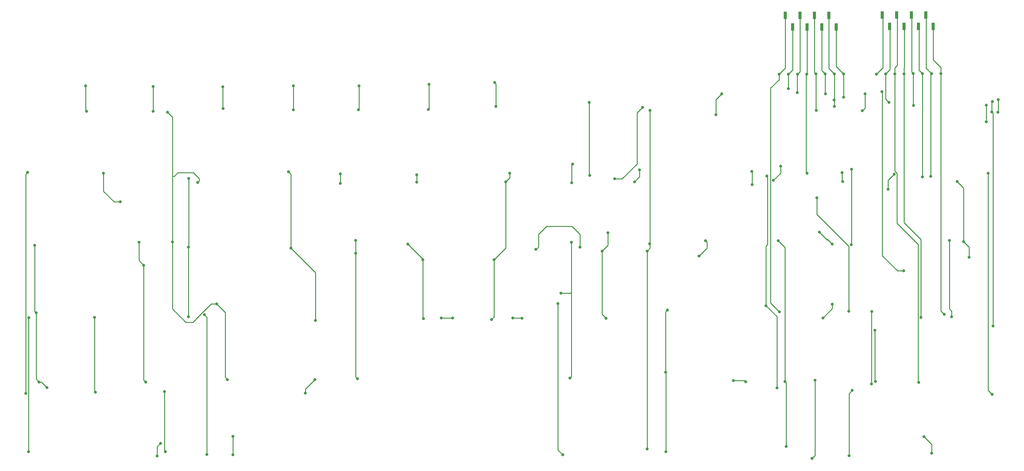
<source format=gbl>
G04 #@! TF.GenerationSoftware,KiCad,Pcbnew,8.0.4-8.0.4-0~ubuntu22.04.1*
G04 #@! TF.CreationDate,2024-08-25T13:27:24+01:00*
G04 #@! TF.ProjectId,membrane1,6d656d62-7261-46e6-9531-2e6b69636164,V1.1*
G04 #@! TF.SameCoordinates,Original*
G04 #@! TF.FileFunction,Copper,L2,Bot*
G04 #@! TF.FilePolarity,Positive*
%FSLAX46Y46*%
G04 Gerber Fmt 4.6, Leading zero omitted, Abs format (unit mm)*
G04 Created by KiCad (PCBNEW 8.0.4-8.0.4-0~ubuntu22.04.1) date 2024-08-25 13:27:24*
%MOMM*%
%LPD*%
G01*
G04 APERTURE LIST*
G04 #@! TA.AperFunction,SMDPad,CuDef*
%ADD10R,0.900000X2.000000*%
G04 #@! TD*
G04 #@! TA.AperFunction,ViaPad*
%ADD11C,0.800000*%
G04 #@! TD*
G04 #@! TA.AperFunction,Conductor*
%ADD12C,0.250000*%
G04 #@! TD*
G04 APERTURE END LIST*
D10*
X279450000Y-75240000D03*
X281450000Y-78440000D03*
X283450000Y-75240000D03*
X285450000Y-78440000D03*
X287450000Y-75240000D03*
X289450000Y-78440000D03*
X291450000Y-75240000D03*
X293450000Y-78440000D03*
X306182000Y-75108000D03*
X308182000Y-78308000D03*
X310182000Y-75108000D03*
X312182000Y-78308000D03*
X314182000Y-75108000D03*
X316182000Y-78308000D03*
X318182000Y-75108000D03*
X320182000Y-78308000D03*
D11*
X204200000Y-158800000D03*
X202300000Y-121200000D03*
X198400000Y-159200000D03*
X338200000Y-98500000D03*
X295460000Y-97800000D03*
X199100000Y-142700000D03*
X338100000Y-102000000D03*
X203400000Y-118800000D03*
X206800000Y-158900000D03*
X295503600Y-91425825D03*
X297700000Y-117700000D03*
X217500000Y-151900000D03*
X300700000Y-101600000D03*
X336500000Y-179900000D03*
X160900000Y-140900000D03*
X161400000Y-175600000D03*
X335400000Y-118800000D03*
X220000000Y-175400000D03*
X156600000Y-119000000D03*
X220400000Y-137900000D03*
X297600000Y-138600000D03*
X160900000Y-137400000D03*
X301400000Y-96900000D03*
X290470000Y-96900000D03*
X156600000Y-121600000D03*
X290423600Y-91413600D03*
X122500000Y-154900000D03*
X270300000Y-122000000D03*
X285400000Y-118800000D03*
X277500000Y-137500000D03*
X307800000Y-123200000D03*
X309500000Y-119100000D03*
X270200000Y-118300000D03*
X265100000Y-176100000D03*
X109000000Y-102000000D03*
X279300000Y-176300000D03*
X268500000Y-176375000D03*
X279700000Y-194300000D03*
X285310000Y-91490000D03*
X110300000Y-137800000D03*
X125500000Y-175775000D03*
X117300000Y-121400000D03*
X280250000Y-91480000D03*
X69875000Y-179600000D03*
X312100000Y-145800000D03*
X303200000Y-177000000D03*
X280260000Y-95500000D03*
X303300000Y-157000000D03*
X70400000Y-118600000D03*
X306070000Y-96300000D03*
X336600000Y-99000000D03*
X336700000Y-161000000D03*
X184500000Y-158800000D03*
X177700000Y-119300000D03*
X292960000Y-100390000D03*
X179400000Y-142700000D03*
X232300000Y-120400000D03*
X187600000Y-158800000D03*
X240000000Y-100600000D03*
X177700000Y-121300000D03*
X336400000Y-101900000D03*
X175300000Y-138400000D03*
X179600000Y-159000000D03*
X292910000Y-98575000D03*
X292950000Y-91410000D03*
X317700000Y-191600000D03*
X287880000Y-91420000D03*
X241300000Y-140325000D03*
X142300000Y-118400000D03*
X222800000Y-139200000D03*
X143000000Y-139500000D03*
X149800000Y-159500000D03*
X287920000Y-101440000D03*
X210600000Y-139800000D03*
X319800000Y-196100000D03*
X242100000Y-101500000D03*
X241300000Y-194975000D03*
X242000000Y-138300000D03*
X277100000Y-178100000D03*
X274100000Y-155400000D03*
X101100000Y-137900000D03*
X255600000Y-141700000D03*
X282803600Y-91460000D03*
X103000000Y-176475000D03*
X91300000Y-118800000D03*
X261900000Y-96900000D03*
X257400000Y-137500000D03*
X147000000Y-179500000D03*
X292400000Y-138425000D03*
X149600000Y-175800000D03*
X282740000Y-96600000D03*
X102400000Y-144200000D03*
X288800000Y-135100000D03*
X95900000Y-126700000D03*
X260300000Y-102700000D03*
X274300000Y-119600000D03*
X72700000Y-157400000D03*
X108400000Y-195700000D03*
X246900000Y-156600000D03*
X277700000Y-91520000D03*
X73500000Y-176475000D03*
X72300000Y-138700000D03*
X246400000Y-173800000D03*
X75700000Y-178000000D03*
X277800000Y-157075000D03*
X108100000Y-179100000D03*
X246500000Y-195700000D03*
X322330000Y-91360000D03*
X323300000Y-157800000D03*
X276100000Y-120800000D03*
X317250000Y-91347775D03*
X326800000Y-121100000D03*
X328600000Y-137700000D03*
X330100000Y-142000000D03*
X239200000Y-117900000D03*
X278100000Y-116900000D03*
X237800000Y-121200000D03*
X296900000Y-156900000D03*
X288100000Y-125600000D03*
X317246000Y-119888000D03*
X316800000Y-158600000D03*
X220700000Y-116300000D03*
X312170000Y-91390575D03*
X228900000Y-140300000D03*
X292400000Y-155000000D03*
X220500000Y-121500000D03*
X230500000Y-135300000D03*
X230000000Y-158900000D03*
X289800000Y-158800000D03*
X225500000Y-119400000D03*
X89100000Y-179300000D03*
X114800000Y-120300000D03*
X114700000Y-139200000D03*
X88800000Y-158600000D03*
X307076400Y-91414175D03*
X308064000Y-99300000D03*
X225300000Y-99300000D03*
X114700000Y-158500000D03*
X319532000Y-119700000D03*
X70600000Y-195700000D03*
X319776400Y-91344175D03*
X70700000Y-158700000D03*
X127000000Y-196600000D03*
X287600000Y-176000000D03*
X127000000Y-191500000D03*
X286800000Y-197550000D03*
X295100000Y-118700000D03*
X324700000Y-137400000D03*
X314735400Y-91325175D03*
X304100000Y-162200000D03*
X334900000Y-104600000D03*
X334900000Y-100000000D03*
X314800000Y-100100000D03*
X325300000Y-158500000D03*
X295200000Y-121100000D03*
X304300000Y-176300000D03*
X316200000Y-176600000D03*
X216700000Y-154800000D03*
X106100000Y-196900000D03*
X297000000Y-196825000D03*
X218000000Y-196600000D03*
X297900000Y-178800000D03*
X119800000Y-196500000D03*
X107000000Y-193400000D03*
X119100000Y-157900000D03*
X309630000Y-91394175D03*
X124200000Y-95000000D03*
X143700000Y-94700000D03*
X161600000Y-101300000D03*
X304526400Y-91454175D03*
X105000000Y-94900000D03*
X86400000Y-94700000D03*
X105000000Y-101700000D03*
X199200000Y-93800000D03*
X161800000Y-94700000D03*
X143700000Y-101300000D03*
X181100000Y-94300000D03*
X124300000Y-101000000D03*
X199600000Y-100400000D03*
X86600000Y-101700000D03*
X180900000Y-101200000D03*
D12*
X295503600Y-91425825D02*
X293450000Y-89372225D01*
X204200000Y-158800000D02*
X206700000Y-158800000D01*
X202300000Y-121200000D02*
X202300000Y-139500000D01*
X295460000Y-97800000D02*
X295500000Y-97760000D01*
X293450000Y-89372225D02*
X293450000Y-77770000D01*
X295500000Y-91429425D02*
X295503600Y-91425825D01*
X199100000Y-158500000D02*
X198400000Y-159200000D01*
X338200000Y-98500000D02*
X338200000Y-101900000D01*
X338200000Y-101900000D02*
X338100000Y-102000000D01*
X202300000Y-139500000D02*
X199100000Y-142700000D01*
X203400000Y-118800000D02*
X203400000Y-120100000D01*
X206700000Y-158800000D02*
X206800000Y-158900000D01*
X199100000Y-142700000D02*
X199100000Y-158500000D01*
X295500000Y-97760000D02*
X295500000Y-91429425D01*
X203400000Y-120100000D02*
X202300000Y-121200000D01*
X220100000Y-151900000D02*
X220400000Y-151600000D01*
X217500000Y-151900000D02*
X220100000Y-151900000D01*
X289450000Y-90440000D02*
X289450000Y-77770000D01*
X301400000Y-100900000D02*
X300700000Y-101600000D01*
X301400000Y-96900000D02*
X301400000Y-100900000D01*
X290423600Y-96853600D02*
X290470000Y-96900000D01*
X156600000Y-121600000D02*
X156600000Y-119000000D01*
X160900000Y-175100000D02*
X161400000Y-175600000D01*
X220400000Y-175000000D02*
X220000000Y-175400000D01*
X297700000Y-117700000D02*
X297700000Y-138500000D01*
X220400000Y-140100000D02*
X220400000Y-175000000D01*
X336500000Y-179900000D02*
X335400000Y-178800000D01*
X290423600Y-91413600D02*
X290423600Y-96853600D01*
X335400000Y-178800000D02*
X335400000Y-118800000D01*
X220400000Y-137900000D02*
X220400000Y-140100000D01*
X160900000Y-140900000D02*
X160900000Y-137400000D01*
X297700000Y-138500000D02*
X297600000Y-138600000D01*
X290423600Y-91413600D02*
X289450000Y-90440000D01*
X160900000Y-140900000D02*
X160900000Y-175100000D01*
X309500000Y-119100000D02*
X307800000Y-120800000D01*
X279300000Y-176300000D02*
X279700000Y-176700000D01*
X116100000Y-118700000D02*
X111800000Y-118700000D01*
X109000000Y-102000000D02*
X110300000Y-103300000D01*
X116800000Y-159200000D02*
X116000000Y-160000000D01*
X285200000Y-118600000D02*
X285400000Y-118800000D01*
X268200000Y-176100000D02*
X268475000Y-176375000D01*
X120526998Y-155400000D02*
X116800000Y-159126998D01*
X114000000Y-160000000D02*
X110300000Y-156300000D01*
X110300000Y-138365685D02*
X110300000Y-137900000D01*
X279700000Y-176700000D02*
X279700000Y-194300000D01*
X110300000Y-156300000D02*
X110300000Y-138365685D01*
X285200000Y-91540000D02*
X285200000Y-118600000D01*
X285250000Y-91490000D02*
X285200000Y-91540000D01*
X270300000Y-118400000D02*
X270200000Y-118300000D01*
X121026998Y-154900000D02*
X120526998Y-155400000D01*
X122500000Y-154900000D02*
X121026998Y-154900000D01*
X116800000Y-159126998D02*
X116800000Y-159200000D01*
X307800000Y-120800000D02*
X307800000Y-123200000D01*
X117699999Y-121000001D02*
X117699999Y-120299999D01*
X110300000Y-103300000D02*
X110300000Y-137800000D01*
X110800000Y-119700000D02*
X110300000Y-119700000D01*
X116000000Y-160000000D02*
X114000000Y-160000000D01*
X279300000Y-176300000D02*
X279300000Y-139300000D01*
X285450000Y-91350000D02*
X285450000Y-77770000D01*
X111800000Y-118700000D02*
X110800000Y-119700000D01*
X279300000Y-139300000D02*
X277500000Y-137500000D01*
X270300000Y-122000000D02*
X270300000Y-118400000D01*
X268475000Y-176375000D02*
X268500000Y-176375000D01*
X285310000Y-91490000D02*
X285450000Y-91350000D01*
X117300000Y-121400000D02*
X117699999Y-121000001D01*
X117699999Y-120299999D02*
X116100000Y-118700000D01*
X124900000Y-175175000D02*
X125500000Y-175775000D01*
X265100000Y-176100000D02*
X268200000Y-176100000D01*
X124900000Y-175175000D02*
X124900000Y-157300000D01*
X124900000Y-157300000D02*
X122500000Y-154900000D01*
X303200000Y-177000000D02*
X303200000Y-157100000D01*
X303200000Y-157100000D02*
X303300000Y-157000000D01*
X280250000Y-91480000D02*
X281450000Y-90280000D01*
X70400000Y-118600000D02*
X69875000Y-119125000D01*
X310400000Y-145800000D02*
X306200000Y-141600000D01*
X281450000Y-90280000D02*
X281450000Y-77770000D01*
X280260000Y-91490000D02*
X280250000Y-91480000D01*
X306200000Y-141600000D02*
X306200000Y-137900000D01*
X306200000Y-96430000D02*
X306200000Y-137931403D01*
X280260000Y-95500000D02*
X280260000Y-91490000D01*
X69875000Y-119125000D02*
X69875000Y-179600000D01*
X312100000Y-145800000D02*
X310400000Y-145800000D01*
X306070000Y-96300000D02*
X306200000Y-96430000D01*
X177700000Y-119300000D02*
X177700000Y-121300000D01*
X238474999Y-102125001D02*
X238474999Y-116325001D01*
X179400000Y-158800000D02*
X179600000Y-159000000D01*
X175300000Y-138400000D02*
X179400000Y-142500000D01*
X179400000Y-142700000D02*
X179400000Y-158800000D01*
X292960000Y-100300000D02*
X292850000Y-100410000D01*
X240000000Y-100600000D02*
X238474999Y-102125001D01*
X336400000Y-101900000D02*
X336400000Y-99200000D01*
X184500000Y-158800000D02*
X187600000Y-158800000D01*
X291450000Y-89910000D02*
X291450000Y-74570000D01*
X238474999Y-116325001D02*
X234400000Y-120400000D01*
X336700000Y-161000000D02*
X336700000Y-102200000D01*
X179400000Y-142500000D02*
X179400000Y-142700000D01*
X292960000Y-91126285D02*
X292960000Y-100300000D01*
X292910000Y-98575000D02*
X292785000Y-98700000D01*
X234400000Y-120400000D02*
X232300000Y-120400000D01*
X292950000Y-91410000D02*
X291450000Y-89910000D01*
X292963600Y-91122685D02*
X292960000Y-91126285D01*
X336700000Y-102200000D02*
X336400000Y-101900000D01*
X336400000Y-99200000D02*
X336600000Y-99000000D01*
X242100000Y-139525000D02*
X241300000Y-140325000D01*
X143000000Y-139500000D02*
X143000000Y-119100000D01*
X319800000Y-193700000D02*
X317700000Y-191600000D01*
X222800000Y-138634315D02*
X222800000Y-135700000D01*
X210700000Y-139800000D02*
X210600000Y-139800000D01*
X222800000Y-135700000D02*
X220600000Y-133500000D01*
X211300000Y-139200000D02*
X210700000Y-139800000D01*
X143000000Y-139500000D02*
X149800000Y-146300000D01*
X287880000Y-91420000D02*
X287450000Y-90990000D01*
X287920000Y-101440000D02*
X287880000Y-101400000D01*
X222800000Y-139200000D02*
X222800000Y-138634315D01*
X213500000Y-133500000D02*
X211300000Y-135700000D01*
X242100000Y-101500000D02*
X242100000Y-138200000D01*
X241300000Y-140325000D02*
X241300000Y-194975000D01*
X287880000Y-101400000D02*
X287880000Y-91420000D01*
X242100000Y-138200000D02*
X242000000Y-138300000D01*
X220600000Y-133500000D02*
X213500000Y-133500000D01*
X287450000Y-90990000D02*
X287450000Y-74570000D01*
X319800000Y-196100000D02*
X319800000Y-193700000D01*
X242100000Y-138200000D02*
X242100000Y-139525000D01*
X287590000Y-91420000D02*
X287880000Y-91420000D01*
X143000000Y-119100000D02*
X142300000Y-118400000D01*
X211300000Y-135700000D02*
X211300000Y-139200000D01*
X149800000Y-146300000D02*
X149800000Y-159500000D01*
X290850000Y-137150000D02*
X291125000Y-137150000D01*
X282803600Y-91460000D02*
X283450000Y-90813600D01*
X102400000Y-144200000D02*
X102400000Y-175875000D01*
X257799999Y-137899999D02*
X257799999Y-139500001D01*
X257400000Y-137500000D02*
X257799999Y-137899999D01*
X283450000Y-90813600D02*
X283450000Y-74570000D01*
X274500000Y-119800000D02*
X274300000Y-119600000D01*
X282740000Y-96600000D02*
X282730000Y-96590000D01*
X149600000Y-175800000D02*
X147000000Y-178400000D01*
X260300000Y-98500000D02*
X260300000Y-102700000D01*
X277100000Y-178100000D02*
X277100000Y-158400000D01*
X91300000Y-123800000D02*
X94200000Y-126700000D01*
X277100000Y-158400000D02*
X274100000Y-155400000D01*
X101100000Y-137900000D02*
X101100000Y-142900000D01*
X261900000Y-96900000D02*
X260300000Y-98500000D01*
X274500000Y-138600000D02*
X274500000Y-119800000D01*
X291125000Y-137150000D02*
X292400000Y-138425000D01*
X91300000Y-118800000D02*
X91300000Y-123800000D01*
X101100000Y-142900000D02*
X102400000Y-144200000D01*
X274100000Y-155400000D02*
X274100000Y-139000000D01*
X147000000Y-178400000D02*
X147000000Y-179500000D01*
X102400000Y-175875000D02*
X103000000Y-176475000D01*
X94200000Y-126700000D02*
X95900000Y-126700000D01*
X282730000Y-91533600D02*
X282803600Y-91460000D01*
X274100000Y-139000000D02*
X274500000Y-138600000D01*
X290850000Y-137150000D02*
X288800000Y-135100000D01*
X282730000Y-96590000D02*
X282730000Y-91533600D01*
X291000000Y-137300000D02*
X290850000Y-137150000D01*
X257799999Y-139500001D02*
X255600000Y-141700000D01*
X72300000Y-138700000D02*
X72300000Y-157000000D01*
X277700000Y-91520000D02*
X277700000Y-93000000D01*
X275374999Y-95325001D02*
X275374999Y-154649999D01*
X108100000Y-179100000D02*
X108100000Y-195400000D01*
X72700000Y-157400000D02*
X72700000Y-175675000D01*
X108100000Y-195400000D02*
X108400000Y-195700000D01*
X72700000Y-175675000D02*
X73500000Y-176475000D01*
X277700000Y-93000000D02*
X275374999Y-95325001D01*
X246500000Y-173900000D02*
X246400000Y-173800000D01*
X277700000Y-91520000D02*
X279450000Y-89770000D01*
X72300000Y-157000000D02*
X72700000Y-157400000D01*
X246400000Y-173800000D02*
X246400000Y-157100000D01*
X279450000Y-89770000D02*
X279450000Y-74570000D01*
X73500000Y-176475000D02*
X74175000Y-176475000D01*
X246400000Y-157100000D02*
X246900000Y-156600000D01*
X246500000Y-195700000D02*
X246500000Y-173900000D01*
X74175000Y-176475000D02*
X75700000Y-178000000D01*
X275374999Y-154649999D02*
X277800000Y-157075000D01*
X322326000Y-156826000D02*
X323300000Y-157800000D01*
X322326000Y-89662000D02*
X322326000Y-156826000D01*
X322326400Y-91363600D02*
X322330000Y-91360000D01*
X322354000Y-89662000D02*
X320210000Y-87518000D01*
X320210000Y-87518000D02*
X320210000Y-78308000D01*
X316300400Y-90398175D02*
X316300400Y-88676175D01*
X296900000Y-138973002D02*
X288100000Y-130173002D01*
X330100000Y-139200000D02*
X330100000Y-142000000D01*
X296900000Y-156900000D02*
X296900000Y-138973002D01*
X328600000Y-137700000D02*
X330100000Y-139200000D01*
X316300400Y-78398400D02*
X316210000Y-78308000D01*
X239200000Y-119800000D02*
X239200000Y-117900000D01*
X288100000Y-130173002D02*
X288100000Y-125600000D01*
X237800000Y-121200000D02*
X239200000Y-119800000D01*
X317246000Y-119888000D02*
X317246000Y-91351775D01*
X276100000Y-120800000D02*
X278100000Y-118800000D01*
X317246000Y-91351775D02*
X317250000Y-91347775D01*
X317250000Y-91347775D02*
X316300400Y-90398175D01*
X328600000Y-122900000D02*
X326800000Y-121100000D01*
X328600000Y-137700000D02*
X328600000Y-122900000D01*
X278100000Y-118800000D02*
X278100000Y-116900000D01*
X316300400Y-88676175D02*
X316300400Y-78398400D01*
X312300400Y-89586175D02*
X312300400Y-78398400D01*
X230500000Y-138700000D02*
X230500000Y-135300000D01*
X220500000Y-116500000D02*
X220700000Y-116300000D01*
X228900000Y-140300000D02*
X228900000Y-157800000D01*
X316800000Y-137100000D02*
X316800000Y-158600000D01*
X312166000Y-132466000D02*
X316800000Y-137100000D01*
X292400000Y-156200000D02*
X292400000Y-155000000D01*
X289800000Y-158800000D02*
X292400000Y-156200000D01*
X228900000Y-157800000D02*
X230000000Y-158900000D01*
X228900000Y-140300000D02*
X230500000Y-138700000D01*
X312166000Y-89692575D02*
X312166000Y-132466000D01*
X220500000Y-121500000D02*
X220500000Y-116500000D01*
X312300400Y-78398400D02*
X312210000Y-78308000D01*
X312136400Y-91424175D02*
X312276400Y-91284175D01*
X312076400Y-91424175D02*
X312026400Y-91474175D01*
X308300400Y-90190175D02*
X308300400Y-88516175D01*
X307076400Y-91414175D02*
X308300400Y-90190175D01*
X307086400Y-91424175D02*
X307076400Y-91414175D01*
X88800000Y-179000000D02*
X89100000Y-179300000D01*
X114800000Y-120300000D02*
X114800000Y-139100000D01*
X225300000Y-99300000D02*
X225300000Y-119200000D01*
X308300400Y-78398400D02*
X308210000Y-78308000D01*
X114800000Y-139100000D02*
X114700000Y-139200000D01*
X308064000Y-99300000D02*
X307076400Y-98312400D01*
X307076400Y-98312400D02*
X307076400Y-91771375D01*
X114700000Y-139200000D02*
X114700000Y-158500000D01*
X88800000Y-158600000D02*
X88800000Y-179000000D01*
X225300000Y-119200000D02*
X225500000Y-119400000D01*
X308300400Y-88516175D02*
X308300400Y-78398400D01*
X319776400Y-91344175D02*
X318300400Y-89868175D01*
X319532000Y-119700000D02*
X319532000Y-91588575D01*
X319536000Y-91584575D02*
X319776400Y-91344175D01*
X319790000Y-91056860D02*
X319786400Y-91060460D01*
X70600000Y-195700000D02*
X70600000Y-158800000D01*
X70600000Y-158800000D02*
X70700000Y-158700000D01*
X318300400Y-75198400D02*
X318210000Y-75108000D01*
X318300400Y-88146175D02*
X318300400Y-75198400D01*
X319532000Y-91588575D02*
X319776400Y-91344175D01*
X318300400Y-89868175D02*
X318300400Y-88146175D01*
X314300400Y-75198400D02*
X314210000Y-75108000D01*
X127000000Y-196600000D02*
X127000000Y-191500000D01*
X287600000Y-196750000D02*
X286800000Y-197550000D01*
X295100000Y-118700000D02*
X295100000Y-121000000D01*
X314300400Y-90890175D02*
X314300400Y-75198400D01*
X314735400Y-91325175D02*
X314704000Y-91356575D01*
X314735400Y-91325175D02*
X314300400Y-90890175D01*
X304100000Y-176100000D02*
X304300000Y-176300000D01*
X334900000Y-104600000D02*
X334900000Y-100000000D01*
X314710000Y-91350575D02*
X314710000Y-100010000D01*
X304100000Y-162200000D02*
X304100000Y-176100000D01*
X295100000Y-121000000D02*
X295200000Y-121100000D01*
X324700000Y-156300000D02*
X325300000Y-156900000D01*
X324700000Y-137400000D02*
X324700000Y-156300000D01*
X314710000Y-100010000D02*
X314800000Y-100100000D01*
X287600000Y-176000000D02*
X287600000Y-196750000D01*
X325300000Y-156900000D02*
X325300000Y-158500000D01*
X314735400Y-91325175D02*
X314710000Y-91350575D01*
X310225000Y-132625000D02*
X316074999Y-138474999D01*
X119100000Y-157900000D02*
X119800000Y-158600000D01*
X316074999Y-138474999D02*
X316074999Y-176474999D01*
X309630000Y-89720175D02*
X309630000Y-118204695D01*
X297900000Y-178800000D02*
X297000000Y-179700000D01*
X106100000Y-194300000D02*
X107000000Y-193400000D01*
X216700000Y-195300000D02*
X216700000Y-154800000D01*
X316074999Y-176474999D02*
X316200000Y-176600000D01*
X310225000Y-118799695D02*
X310225000Y-132625000D01*
X309630000Y-118204695D02*
X310225000Y-118799695D01*
X310300400Y-89049775D02*
X309630000Y-89720175D01*
X218000000Y-196600000D02*
X216700000Y-195300000D01*
X106100000Y-196900000D02*
X106100000Y-194300000D01*
X297000000Y-179700000D02*
X297000000Y-196825000D01*
X310300400Y-89049775D02*
X310300400Y-75198400D01*
X119800000Y-158600000D02*
X119800000Y-196500000D01*
X310300400Y-75198400D02*
X310210000Y-75108000D01*
X309556400Y-91467775D02*
X309630000Y-91394175D01*
X161800000Y-101100000D02*
X161600000Y-101300000D01*
X181100000Y-101000000D02*
X180900000Y-101200000D01*
X199200000Y-93800000D02*
X199600000Y-94200000D01*
X86400000Y-94700000D02*
X86400000Y-101500000D01*
X306300400Y-75198400D02*
X306210000Y-75108000D01*
X181100000Y-94300000D02*
X181100000Y-101000000D01*
X304526400Y-91454175D02*
X306300400Y-89680175D01*
X161800000Y-94700000D02*
X161800000Y-101100000D01*
X124200000Y-95000000D02*
X124200000Y-100900000D01*
X105000000Y-94900000D02*
X105000000Y-101700000D01*
X306300400Y-89680175D02*
X306300400Y-75198400D01*
X143700000Y-94700000D02*
X143700000Y-101300000D01*
X199600000Y-94200000D02*
X199600000Y-100400000D01*
X86400000Y-101500000D02*
X86600000Y-101700000D01*
X124200000Y-100900000D02*
X124300000Y-101000000D01*
M02*

</source>
